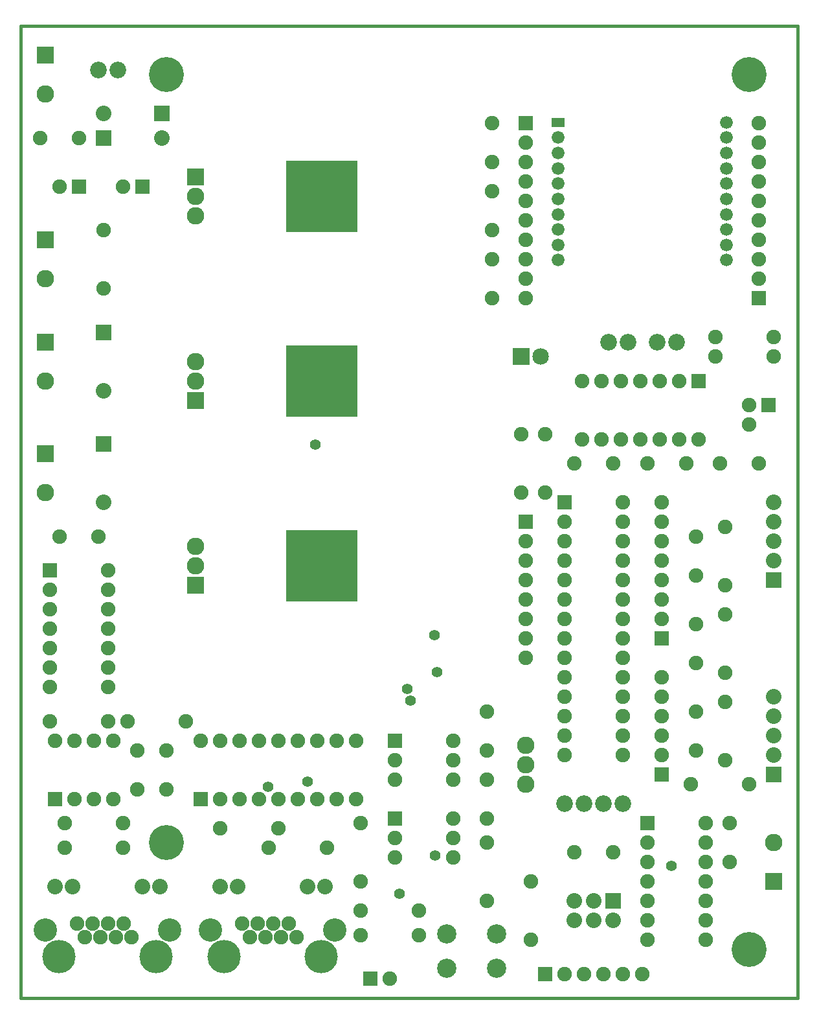
<source format=gbs>
G04 (created by PCBNEW-RS274X (2010-05-05 BZR 2356)-stable) date 7/8/2010 2:38:29 PM*
G01*
G70*
G90*
%MOIN*%
G04 Gerber Fmt 3.4, Leading zero omitted, Abs format*
%FSLAX34Y34*%
G04 APERTURE LIST*
%ADD10C,0.001000*%
%ADD11C,0.015000*%
%ADD12C,0.090000*%
%ADD13R,0.080000X0.080000*%
%ADD14C,0.080000*%
%ADD15C,0.098700*%
%ADD16R,0.066000X0.046000*%
%ADD17C,0.066000*%
%ADD18C,0.075000*%
%ADD19R,0.075000X0.075000*%
%ADD20C,0.086000*%
%ADD21R,0.090000X0.090000*%
%ADD22R,0.370000X0.370000*%
%ADD23C,0.171600*%
%ADD24C,0.120000*%
%ADD25R,0.085000X0.085000*%
%ADD26C,0.085000*%
%ADD27C,0.180000*%
%ADD28C,0.055000*%
G04 APERTURE END LIST*
G54D10*
G54D11*
X38000Y-64500D02*
X38000Y-14500D01*
X78000Y-64500D02*
X38000Y-64500D01*
X78000Y-14500D02*
X78000Y-64500D01*
X38000Y-14500D02*
X78000Y-14500D01*
G54D12*
X64000Y-51500D03*
X64000Y-53500D03*
X64000Y-52500D03*
G54D13*
X76750Y-53000D03*
G54D14*
X76750Y-52000D03*
X76750Y-51000D03*
X76750Y-50000D03*
X76750Y-49000D03*
G54D13*
X76750Y-43000D03*
G54D14*
X76750Y-42000D03*
X76750Y-41000D03*
X76750Y-40000D03*
X76750Y-39000D03*
G54D15*
X59933Y-62958D03*
X59933Y-61186D03*
X62492Y-61186D03*
X62492Y-62958D03*
G54D16*
X65670Y-19457D03*
G54D17*
X65670Y-20245D03*
X65670Y-21032D03*
X65670Y-21819D03*
X65670Y-22607D03*
X65670Y-23393D03*
X65670Y-24181D03*
X65670Y-24968D03*
X65670Y-25755D03*
X65670Y-26543D03*
X74330Y-26543D03*
X74330Y-25755D03*
X74330Y-24968D03*
X74330Y-24181D03*
X74330Y-23393D03*
X74330Y-22607D03*
X74330Y-21819D03*
X74330Y-21032D03*
X74330Y-20245D03*
X74330Y-19457D03*
G54D18*
X62000Y-51750D03*
X62000Y-49750D03*
X66500Y-37000D03*
X68500Y-37000D03*
X62000Y-53250D03*
X62000Y-55250D03*
X44000Y-51750D03*
X44000Y-53750D03*
X72250Y-37000D03*
X70250Y-37000D03*
X40000Y-40750D03*
X42000Y-40750D03*
X45500Y-51750D03*
X45500Y-53750D03*
X72750Y-40750D03*
X72750Y-42750D03*
G54D13*
X45250Y-19000D03*
G54D14*
X42250Y-19000D03*
G54D13*
X42250Y-36000D03*
G54D14*
X42250Y-39000D03*
G54D13*
X42250Y-30250D03*
G54D14*
X42250Y-33250D03*
G54D19*
X57250Y-55250D03*
G54D18*
X57250Y-56250D03*
X57250Y-57250D03*
X60250Y-57250D03*
X60250Y-56250D03*
X60250Y-55250D03*
G54D19*
X57250Y-51250D03*
G54D18*
X57250Y-52250D03*
X57250Y-53250D03*
X60250Y-53250D03*
X60250Y-52250D03*
X60250Y-51250D03*
G54D20*
X66000Y-54500D03*
X67000Y-54500D03*
X70750Y-30750D03*
X71750Y-30750D03*
X68000Y-54500D03*
X69000Y-54500D03*
G54D19*
X56000Y-63500D03*
G54D18*
X57000Y-63500D03*
X43250Y-55500D03*
X40250Y-55500D03*
X43250Y-56750D03*
X40250Y-56750D03*
X74250Y-43250D03*
X74250Y-40250D03*
X74250Y-44750D03*
X74250Y-47750D03*
X76750Y-31500D03*
X73750Y-31500D03*
X65000Y-35500D03*
X65000Y-38500D03*
X74250Y-49250D03*
X74250Y-52250D03*
X55500Y-55500D03*
X55500Y-58500D03*
X50750Y-56750D03*
X53750Y-56750D03*
X46500Y-50250D03*
X43500Y-50250D03*
X51250Y-55750D03*
X48250Y-55750D03*
X64250Y-58500D03*
X64250Y-61500D03*
X72500Y-53500D03*
X75500Y-53500D03*
X63750Y-38500D03*
X63750Y-35500D03*
X58500Y-61250D03*
X55500Y-61250D03*
G54D19*
X71000Y-53000D03*
G54D18*
X71000Y-52000D03*
X71000Y-51000D03*
X71000Y-50000D03*
X71000Y-49000D03*
X71000Y-48000D03*
G54D19*
X64000Y-40000D03*
G54D18*
X64000Y-41000D03*
X64000Y-42000D03*
X64000Y-43000D03*
X64000Y-44000D03*
X64000Y-45000D03*
X64000Y-46000D03*
X64000Y-47000D03*
G54D19*
X71000Y-46000D03*
G54D18*
X71000Y-45000D03*
X71000Y-44000D03*
X71000Y-43000D03*
X71000Y-42000D03*
X71000Y-41000D03*
X71000Y-40000D03*
X71000Y-39000D03*
X66000Y-40000D03*
X66000Y-41000D03*
X66000Y-42000D03*
X66000Y-43000D03*
X66000Y-44000D03*
X66000Y-45000D03*
X66000Y-46000D03*
X66000Y-47000D03*
X66000Y-48000D03*
X66000Y-49000D03*
X66000Y-50000D03*
X66000Y-51000D03*
X66000Y-52000D03*
G54D19*
X66000Y-39000D03*
G54D18*
X69000Y-52000D03*
X69000Y-51000D03*
X69000Y-50000D03*
X69000Y-49000D03*
X69000Y-48000D03*
X69000Y-47000D03*
X69000Y-46000D03*
X69000Y-45000D03*
X69000Y-44000D03*
X69000Y-43000D03*
X69000Y-42000D03*
X69000Y-41000D03*
X69000Y-40000D03*
X69000Y-39000D03*
G54D19*
X39750Y-54250D03*
G54D18*
X40750Y-54250D03*
X41750Y-54250D03*
X42750Y-54250D03*
X42750Y-51250D03*
X41750Y-51250D03*
X40750Y-51250D03*
X39750Y-51250D03*
G54D19*
X39500Y-42500D03*
G54D18*
X39500Y-43500D03*
X39500Y-44500D03*
X39500Y-45500D03*
X39500Y-46500D03*
X39500Y-47500D03*
X39500Y-48500D03*
X42500Y-48500D03*
X42500Y-47500D03*
X42500Y-46500D03*
X42500Y-45500D03*
X42500Y-44500D03*
X42500Y-43500D03*
X42500Y-42500D03*
G54D19*
X47250Y-54250D03*
G54D18*
X48250Y-54250D03*
X49250Y-54250D03*
X50250Y-54250D03*
X51250Y-54250D03*
X52250Y-54250D03*
X53250Y-54250D03*
X54250Y-54250D03*
X55250Y-54250D03*
X55250Y-51250D03*
X54250Y-51250D03*
X53250Y-51250D03*
X52250Y-51250D03*
X51250Y-51250D03*
X50250Y-51250D03*
X49250Y-51250D03*
X48250Y-51250D03*
X47250Y-51250D03*
G54D19*
X44250Y-22750D03*
G54D18*
X43250Y-22750D03*
X62250Y-25000D03*
X62250Y-23000D03*
X74000Y-37000D03*
X76000Y-37000D03*
X62250Y-28500D03*
X62250Y-26500D03*
G54D20*
X42000Y-16750D03*
X43000Y-16750D03*
G54D18*
X76750Y-30500D03*
X73750Y-30500D03*
X42500Y-50250D03*
X39500Y-50250D03*
X42250Y-28000D03*
X42250Y-25000D03*
X41000Y-20250D03*
X39000Y-20250D03*
G54D12*
X39250Y-18000D03*
G54D21*
X39250Y-16000D03*
G54D12*
X39250Y-32750D03*
G54D21*
X39250Y-30750D03*
G54D12*
X39250Y-38500D03*
G54D21*
X39250Y-36500D03*
G54D12*
X39250Y-27500D03*
G54D21*
X39250Y-25500D03*
G54D20*
X68250Y-30750D03*
X69250Y-30750D03*
G54D19*
X64000Y-19500D03*
G54D18*
X64000Y-20500D03*
X64000Y-21500D03*
X64000Y-22500D03*
X64000Y-23500D03*
X64000Y-24500D03*
X64000Y-25500D03*
X64000Y-26500D03*
X64000Y-27500D03*
X64000Y-28500D03*
G54D13*
X68500Y-59500D03*
G54D14*
X68500Y-60500D03*
X67500Y-59500D03*
X67500Y-60500D03*
X66500Y-59500D03*
X66500Y-60500D03*
G54D19*
X65000Y-63250D03*
G54D18*
X66000Y-63250D03*
X67000Y-63250D03*
X68000Y-63250D03*
X69000Y-63250D03*
X70000Y-63250D03*
G54D19*
X76000Y-28500D03*
G54D18*
X76000Y-27500D03*
X76000Y-26500D03*
X76000Y-25500D03*
X76000Y-24500D03*
X76000Y-23500D03*
X76000Y-22500D03*
X76000Y-21500D03*
X76000Y-20500D03*
X76000Y-19500D03*
G54D19*
X76500Y-34000D03*
G54D18*
X75500Y-34000D03*
X75500Y-35000D03*
G54D19*
X72882Y-32752D03*
G54D18*
X71882Y-32752D03*
X70882Y-32752D03*
X69882Y-32752D03*
X68882Y-32752D03*
X67882Y-32752D03*
X66882Y-32752D03*
X66882Y-35752D03*
X67882Y-35752D03*
X68882Y-35752D03*
X69882Y-35752D03*
X70882Y-35752D03*
X71882Y-35752D03*
X72882Y-35752D03*
G54D12*
X47000Y-24250D03*
G54D21*
X47000Y-22250D03*
G54D12*
X47000Y-23250D03*
G54D22*
X53500Y-23250D03*
G54D18*
X72750Y-51750D03*
X72750Y-49750D03*
X72750Y-47250D03*
X72750Y-45250D03*
G54D13*
X42250Y-20250D03*
G54D14*
X45250Y-20250D03*
G54D12*
X76750Y-56500D03*
G54D21*
X76750Y-58500D03*
G54D18*
X62250Y-21500D03*
X62250Y-19500D03*
G54D19*
X41000Y-22750D03*
G54D18*
X40000Y-22750D03*
X68500Y-57000D03*
X66500Y-57000D03*
G54D23*
X44950Y-62350D03*
X39950Y-62350D03*
G54D18*
X40900Y-60650D03*
X41300Y-61350D03*
X41700Y-60650D03*
X42100Y-61350D03*
X42500Y-60650D03*
X42900Y-61350D03*
X43300Y-60650D03*
G54D24*
X45650Y-61000D03*
X39250Y-61000D03*
G54D14*
X45150Y-58750D03*
X39750Y-58750D03*
X44250Y-58750D03*
X40650Y-58750D03*
G54D18*
X43700Y-61350D03*
G54D23*
X53450Y-62350D03*
X48450Y-62350D03*
G54D18*
X49400Y-60650D03*
X49800Y-61350D03*
X50200Y-60650D03*
X50600Y-61350D03*
X51000Y-60650D03*
X51400Y-61350D03*
X51800Y-60650D03*
G54D24*
X54150Y-61000D03*
X47750Y-61000D03*
G54D14*
X53650Y-58750D03*
X48250Y-58750D03*
X52750Y-58750D03*
X49150Y-58750D03*
G54D18*
X52200Y-61350D03*
G54D25*
X63750Y-31500D03*
G54D26*
X64750Y-31500D03*
G54D22*
X53500Y-32750D03*
G54D12*
X47000Y-31750D03*
X47000Y-32750D03*
G54D21*
X47000Y-33750D03*
G54D22*
X53500Y-42250D03*
G54D12*
X47000Y-41250D03*
X47000Y-42250D03*
G54D21*
X47000Y-43250D03*
G54D19*
X70250Y-55500D03*
G54D18*
X70250Y-56500D03*
X70250Y-57500D03*
X70250Y-58500D03*
X70250Y-59500D03*
X70250Y-60500D03*
X70250Y-61500D03*
X73250Y-61500D03*
X73250Y-60500D03*
X73250Y-59500D03*
X73250Y-58500D03*
X73250Y-57500D03*
X73250Y-56500D03*
X73250Y-55500D03*
X55500Y-60000D03*
X58500Y-60000D03*
X62000Y-59500D03*
X62000Y-56500D03*
G54D27*
X75500Y-17000D03*
X75500Y-62000D03*
X45500Y-56500D03*
X45500Y-17000D03*
G54D18*
X74500Y-55500D03*
X74500Y-57500D03*
G54D28*
X53165Y-36038D03*
X71485Y-57705D03*
X50714Y-53633D03*
X52750Y-53349D03*
X57894Y-48600D03*
X59424Y-47728D03*
X59330Y-57159D03*
X57488Y-59121D03*
X59287Y-45819D03*
X58040Y-49180D03*
M02*

</source>
